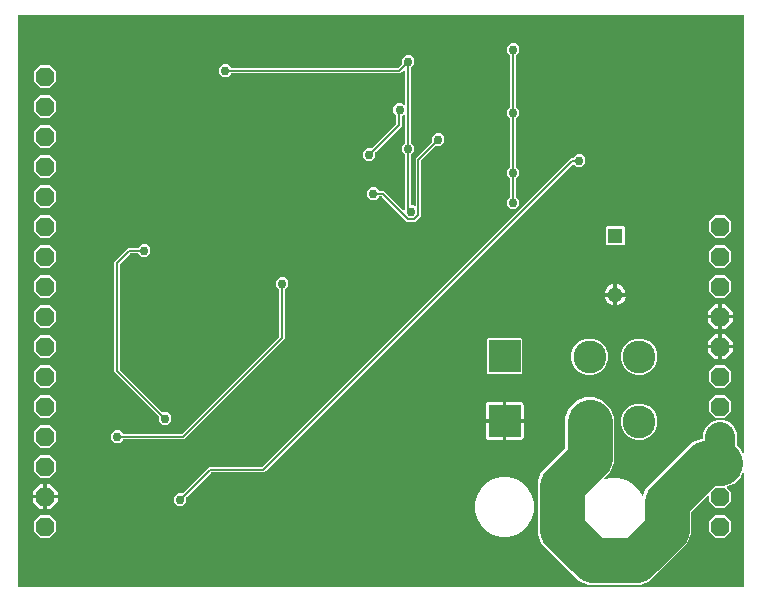
<source format=gbr>
G04 EAGLE Gerber RS-274X export*
G75*
%MOMM*%
%FSLAX34Y34*%
%LPD*%
%INBottom Copper*%
%IPPOS*%
%AMOC8*
5,1,8,0,0,1.08239X$1,22.5*%
G01*
%ADD10P,1.732040X8X22.500000*%
%ADD11C,2.775000*%
%ADD12R,2.705100X2.705100*%
%ADD13R,1.308000X1.308000*%
%ADD14C,1.308000*%
%ADD15C,0.756400*%
%ADD16C,0.152400*%
%ADD17C,2.540000*%
%ADD18C,3.810000*%

G36*
X623898Y10164D02*
X623898Y10164D01*
X623917Y10162D01*
X624019Y10184D01*
X624121Y10200D01*
X624138Y10210D01*
X624158Y10214D01*
X624247Y10267D01*
X624338Y10316D01*
X624352Y10330D01*
X624369Y10340D01*
X624436Y10419D01*
X624508Y10494D01*
X624516Y10512D01*
X624529Y10527D01*
X624568Y10623D01*
X624611Y10717D01*
X624613Y10737D01*
X624621Y10755D01*
X624639Y10922D01*
X624639Y105916D01*
X624624Y106012D01*
X624614Y106109D01*
X624604Y106133D01*
X624600Y106159D01*
X624554Y106245D01*
X624514Y106334D01*
X624497Y106353D01*
X624484Y106376D01*
X624414Y106443D01*
X624348Y106515D01*
X624325Y106527D01*
X624306Y106545D01*
X624218Y106586D01*
X624132Y106633D01*
X624107Y106638D01*
X624083Y106649D01*
X623986Y106660D01*
X623890Y106677D01*
X623864Y106673D01*
X623839Y106676D01*
X623743Y106655D01*
X623647Y106641D01*
X623624Y106629D01*
X623598Y106624D01*
X623515Y106574D01*
X623428Y106530D01*
X623409Y106511D01*
X623387Y106498D01*
X623324Y106424D01*
X623256Y106354D01*
X623240Y106326D01*
X623227Y106311D01*
X623215Y106280D01*
X623175Y106207D01*
X621962Y103280D01*
X616175Y97493D01*
X610640Y95200D01*
X610601Y95176D01*
X610558Y95160D01*
X610497Y95111D01*
X610431Y95070D01*
X610402Y95035D01*
X610366Y95006D01*
X610324Y94941D01*
X610274Y94881D01*
X610258Y94838D01*
X610233Y94799D01*
X610214Y94724D01*
X610186Y94651D01*
X610184Y94605D01*
X610173Y94561D01*
X610179Y94483D01*
X610175Y94406D01*
X610188Y94361D01*
X610192Y94316D01*
X610222Y94244D01*
X610244Y94169D01*
X610270Y94132D01*
X610288Y94089D01*
X610374Y93983D01*
X610384Y93967D01*
X610388Y93964D01*
X610393Y93958D01*
X614046Y90306D01*
X614046Y82414D01*
X608466Y76834D01*
X600574Y76834D01*
X594994Y82414D01*
X594994Y86311D01*
X594993Y86320D01*
X594993Y86325D01*
X594988Y86351D01*
X594983Y86381D01*
X594981Y86453D01*
X594963Y86502D01*
X594955Y86553D01*
X594921Y86617D01*
X594896Y86684D01*
X594864Y86725D01*
X594839Y86771D01*
X594787Y86820D01*
X594743Y86876D01*
X594699Y86904D01*
X594661Y86940D01*
X594596Y86970D01*
X594536Y87009D01*
X594485Y87022D01*
X594438Y87044D01*
X594367Y87052D01*
X594297Y87069D01*
X594245Y87065D01*
X594194Y87071D01*
X594123Y87056D01*
X594052Y87050D01*
X594004Y87030D01*
X593953Y87019D01*
X593892Y86982D01*
X593826Y86954D01*
X593770Y86909D01*
X593742Y86892D01*
X593727Y86875D01*
X593695Y86849D01*
X580198Y73352D01*
X580145Y73278D01*
X580085Y73208D01*
X580073Y73178D01*
X580054Y73152D01*
X580027Y73065D01*
X579993Y72980D01*
X579989Y72939D01*
X579982Y72917D01*
X579983Y72885D01*
X579975Y72814D01*
X579975Y54351D01*
X576842Y46789D01*
X545011Y14958D01*
X537449Y11825D01*
X492431Y11825D01*
X484869Y14958D01*
X453038Y46789D01*
X449905Y54351D01*
X449905Y99369D01*
X453038Y106931D01*
X473142Y127035D01*
X473195Y127109D01*
X473255Y127179D01*
X473267Y127209D01*
X473286Y127235D01*
X473313Y127322D01*
X473347Y127407D01*
X473351Y127448D01*
X473358Y127470D01*
X473357Y127502D01*
X473365Y127574D01*
X473365Y153953D01*
X476498Y161515D01*
X482285Y167302D01*
X489847Y170435D01*
X498033Y170435D01*
X505595Y167302D01*
X511382Y161515D01*
X514515Y153953D01*
X514515Y114643D01*
X511382Y107081D01*
X506742Y102441D01*
X506714Y102402D01*
X506679Y102370D01*
X506643Y102303D01*
X506599Y102241D01*
X506585Y102196D01*
X506562Y102153D01*
X506549Y102079D01*
X506526Y102006D01*
X506528Y101958D01*
X506519Y101911D01*
X506531Y101836D01*
X506533Y101760D01*
X506549Y101715D01*
X506556Y101668D01*
X506591Y101601D01*
X506617Y101529D01*
X506647Y101492D01*
X506669Y101449D01*
X506723Y101397D01*
X506771Y101337D01*
X506811Y101311D01*
X506846Y101278D01*
X506914Y101245D01*
X506978Y101204D01*
X507024Y101193D01*
X507068Y101172D01*
X507143Y101163D01*
X507216Y101144D01*
X507264Y101148D01*
X507312Y101142D01*
X507439Y101162D01*
X507462Y101163D01*
X507468Y101166D01*
X507478Y101168D01*
X511595Y102271D01*
X518285Y102271D01*
X524748Y100539D01*
X530543Y97194D01*
X535274Y92463D01*
X538190Y87411D01*
X538204Y87394D01*
X538213Y87374D01*
X538245Y87339D01*
X538258Y87317D01*
X538287Y87292D01*
X538346Y87221D01*
X538365Y87209D01*
X538380Y87193D01*
X538469Y87144D01*
X538554Y87090D01*
X538576Y87085D01*
X538595Y87074D01*
X538695Y87056D01*
X538794Y87032D01*
X538815Y87034D01*
X538837Y87030D01*
X538938Y87045D01*
X539039Y87054D01*
X539059Y87063D01*
X539080Y87066D01*
X539171Y87112D01*
X539264Y87153D01*
X539280Y87168D01*
X539300Y87178D01*
X539371Y87250D01*
X539446Y87318D01*
X539457Y87337D01*
X539472Y87353D01*
X539553Y87500D01*
X541958Y93306D01*
X581029Y132377D01*
X588591Y135510D01*
X589534Y135510D01*
X589554Y135513D01*
X589573Y135511D01*
X589675Y135533D01*
X589777Y135549D01*
X589794Y135559D01*
X589814Y135563D01*
X589903Y135616D01*
X589994Y135665D01*
X590008Y135679D01*
X590025Y135689D01*
X590092Y135768D01*
X590164Y135843D01*
X590172Y135861D01*
X590185Y135876D01*
X590223Y135972D01*
X590267Y136066D01*
X590269Y136086D01*
X590277Y136104D01*
X590295Y136271D01*
X590295Y139989D01*
X592461Y145218D01*
X596462Y149219D01*
X601691Y151385D01*
X607349Y151385D01*
X612578Y149219D01*
X616579Y145218D01*
X618745Y139989D01*
X618745Y130123D01*
X618759Y130033D01*
X618767Y129942D01*
X618779Y129912D01*
X618784Y129880D01*
X618827Y129799D01*
X618863Y129715D01*
X618889Y129683D01*
X618900Y129663D01*
X618923Y129640D01*
X618968Y129584D01*
X621962Y126590D01*
X623175Y123663D01*
X623226Y123580D01*
X623272Y123494D01*
X623291Y123476D01*
X623304Y123454D01*
X623379Y123392D01*
X623450Y123325D01*
X623474Y123314D01*
X623494Y123297D01*
X623585Y123262D01*
X623673Y123221D01*
X623699Y123218D01*
X623723Y123209D01*
X623821Y123205D01*
X623917Y123194D01*
X623943Y123199D01*
X623969Y123198D01*
X624063Y123226D01*
X624158Y123246D01*
X624180Y123260D01*
X624205Y123267D01*
X624285Y123322D01*
X624369Y123372D01*
X624386Y123392D01*
X624407Y123407D01*
X624466Y123485D01*
X624529Y123559D01*
X624539Y123584D01*
X624554Y123605D01*
X624584Y123697D01*
X624621Y123787D01*
X624624Y123820D01*
X624630Y123838D01*
X624630Y123871D01*
X624639Y123954D01*
X624639Y493778D01*
X624636Y493798D01*
X624638Y493817D01*
X624616Y493919D01*
X624600Y494021D01*
X624590Y494038D01*
X624586Y494058D01*
X624533Y494147D01*
X624484Y494238D01*
X624470Y494252D01*
X624460Y494269D01*
X624381Y494336D01*
X624306Y494408D01*
X624288Y494416D01*
X624273Y494429D01*
X624177Y494468D01*
X624083Y494511D01*
X624063Y494513D01*
X624045Y494521D01*
X623878Y494539D01*
X10922Y494539D01*
X10902Y494536D01*
X10883Y494538D01*
X10781Y494516D01*
X10679Y494500D01*
X10662Y494490D01*
X10642Y494486D01*
X10553Y494433D01*
X10462Y494384D01*
X10448Y494370D01*
X10431Y494360D01*
X10364Y494281D01*
X10292Y494206D01*
X10284Y494188D01*
X10271Y494173D01*
X10232Y494077D01*
X10189Y493983D01*
X10187Y493963D01*
X10179Y493945D01*
X10161Y493778D01*
X10161Y10922D01*
X10164Y10902D01*
X10162Y10883D01*
X10184Y10781D01*
X10200Y10679D01*
X10210Y10662D01*
X10214Y10642D01*
X10267Y10553D01*
X10316Y10462D01*
X10330Y10448D01*
X10340Y10431D01*
X10419Y10364D01*
X10494Y10292D01*
X10512Y10284D01*
X10527Y10271D01*
X10623Y10232D01*
X10717Y10189D01*
X10737Y10187D01*
X10755Y10179D01*
X10922Y10161D01*
X623878Y10161D01*
X623898Y10164D01*
G37*
%LPC*%
G36*
X339439Y319305D02*
X339439Y319305D01*
X337877Y320868D01*
X318354Y340390D01*
X318280Y340443D01*
X318211Y340503D01*
X318181Y340515D01*
X318155Y340534D01*
X318068Y340561D01*
X317983Y340595D01*
X317942Y340599D01*
X317919Y340606D01*
X317887Y340605D01*
X317816Y340613D01*
X316251Y340613D01*
X316161Y340599D01*
X316070Y340591D01*
X316041Y340579D01*
X316009Y340574D01*
X315928Y340531D01*
X315844Y340495D01*
X315812Y340469D01*
X315791Y340458D01*
X315769Y340435D01*
X315713Y340390D01*
X312916Y337593D01*
X308520Y337593D01*
X305411Y340702D01*
X305411Y345098D01*
X308520Y348207D01*
X312916Y348207D01*
X315713Y345410D01*
X315787Y345357D01*
X315857Y345297D01*
X315887Y345285D01*
X315913Y345266D01*
X316000Y345239D01*
X316085Y345205D01*
X316126Y345201D01*
X316148Y345194D01*
X316180Y345195D01*
X316251Y345187D01*
X320026Y345187D01*
X321588Y343624D01*
X336294Y328919D01*
X336352Y328877D01*
X336404Y328827D01*
X336451Y328805D01*
X336493Y328775D01*
X336562Y328754D01*
X336627Y328724D01*
X336679Y328718D01*
X336729Y328703D01*
X336800Y328705D01*
X336871Y328697D01*
X336922Y328708D01*
X336974Y328709D01*
X337042Y328734D01*
X337112Y328749D01*
X337156Y328776D01*
X337205Y328794D01*
X337261Y328838D01*
X337323Y328875D01*
X337357Y328915D01*
X337397Y328947D01*
X337436Y329008D01*
X337483Y329062D01*
X337502Y329110D01*
X337530Y329154D01*
X337548Y329224D01*
X337575Y329290D01*
X337583Y329362D01*
X337591Y329393D01*
X337589Y329416D01*
X337593Y329457D01*
X337593Y329858D01*
X337850Y330115D01*
X337893Y330175D01*
X337935Y330219D01*
X337942Y330235D01*
X337963Y330259D01*
X337975Y330289D01*
X337994Y330315D01*
X338021Y330402D01*
X338024Y330411D01*
X338039Y330442D01*
X338039Y330449D01*
X338055Y330487D01*
X338059Y330528D01*
X338066Y330550D01*
X338065Y330582D01*
X338073Y330653D01*
X338073Y375467D01*
X338059Y375557D01*
X338051Y375648D01*
X338039Y375677D01*
X338034Y375709D01*
X337991Y375790D01*
X337955Y375874D01*
X337929Y375906D01*
X337918Y375927D01*
X337895Y375949D01*
X337850Y376005D01*
X335053Y378802D01*
X335053Y383198D01*
X337850Y385995D01*
X337903Y386069D01*
X337963Y386139D01*
X337975Y386169D01*
X337994Y386195D01*
X338021Y386282D01*
X338055Y386367D01*
X338059Y386408D01*
X338066Y386430D01*
X338065Y386462D01*
X338073Y386533D01*
X338073Y409683D01*
X338062Y409753D01*
X338060Y409825D01*
X338042Y409874D01*
X338034Y409925D01*
X338000Y409989D01*
X337975Y410056D01*
X337943Y410097D01*
X337918Y410143D01*
X337866Y410192D01*
X337822Y410248D01*
X337778Y410276D01*
X337740Y410312D01*
X337675Y410342D01*
X337615Y410381D01*
X337564Y410394D01*
X337517Y410416D01*
X337446Y410424D01*
X337376Y410441D01*
X337324Y410437D01*
X337273Y410443D01*
X337202Y410428D01*
X337131Y410422D01*
X337083Y410402D01*
X337032Y410391D01*
X336971Y410354D01*
X336905Y410326D01*
X336849Y410281D01*
X336821Y410264D01*
X336806Y410247D01*
X336774Y410221D01*
X335250Y408697D01*
X335197Y408623D01*
X335137Y408553D01*
X335125Y408523D01*
X335106Y408497D01*
X335079Y408410D01*
X335045Y408325D01*
X335041Y408284D01*
X335034Y408262D01*
X335035Y408230D01*
X335027Y408159D01*
X335027Y400373D01*
X312870Y378216D01*
X312817Y378142D01*
X312757Y378072D01*
X312745Y378042D01*
X312726Y378016D01*
X312699Y377929D01*
X312665Y377844D01*
X312661Y377803D01*
X312654Y377781D01*
X312655Y377749D01*
X312647Y377677D01*
X312647Y373722D01*
X309538Y370613D01*
X305142Y370613D01*
X302033Y373722D01*
X302033Y378118D01*
X305142Y381227D01*
X309097Y381227D01*
X309188Y381241D01*
X309278Y381249D01*
X309308Y381261D01*
X309340Y381266D01*
X309421Y381309D01*
X309505Y381345D01*
X309537Y381371D01*
X309558Y381382D01*
X309580Y381405D01*
X309636Y381450D01*
X330230Y402044D01*
X330283Y402118D01*
X330343Y402188D01*
X330355Y402218D01*
X330374Y402244D01*
X330401Y402331D01*
X330435Y402416D01*
X330439Y402457D01*
X330446Y402479D01*
X330445Y402511D01*
X330453Y402583D01*
X330453Y408815D01*
X330439Y408905D01*
X330431Y408996D01*
X330419Y409025D01*
X330414Y409057D01*
X330371Y409138D01*
X330335Y409222D01*
X330309Y409254D01*
X330298Y409275D01*
X330275Y409297D01*
X330230Y409353D01*
X327761Y411822D01*
X327761Y416218D01*
X330870Y419327D01*
X335266Y419327D01*
X336774Y417819D01*
X336832Y417777D01*
X336884Y417728D01*
X336931Y417706D01*
X336973Y417676D01*
X337042Y417654D01*
X337107Y417624D01*
X337159Y417619D01*
X337209Y417603D01*
X337280Y417605D01*
X337351Y417597D01*
X337402Y417608D01*
X337454Y417610D01*
X337522Y417634D01*
X337592Y417649D01*
X337637Y417676D01*
X337685Y417694D01*
X337741Y417739D01*
X337803Y417776D01*
X337837Y417815D01*
X337877Y417848D01*
X337916Y417908D01*
X337963Y417963D01*
X337982Y418011D01*
X338010Y418055D01*
X338028Y418124D01*
X338055Y418191D01*
X338063Y418262D01*
X338071Y418293D01*
X338069Y418316D01*
X338073Y418357D01*
X338073Y447302D01*
X338062Y447372D01*
X338060Y447444D01*
X338042Y447493D01*
X338034Y447544D01*
X338000Y447608D01*
X337975Y447675D01*
X337943Y447716D01*
X337918Y447762D01*
X337866Y447811D01*
X337822Y447867D01*
X337778Y447895D01*
X337740Y447931D01*
X337675Y447961D01*
X337615Y448000D01*
X337564Y448013D01*
X337517Y448035D01*
X337446Y448043D01*
X337376Y448060D01*
X337324Y448056D01*
X337273Y448062D01*
X337202Y448047D01*
X337131Y448041D01*
X337083Y448021D01*
X337032Y448010D01*
X336971Y447973D01*
X336905Y447945D01*
X336849Y447900D01*
X336821Y447883D01*
X336806Y447866D01*
X336774Y447840D01*
X335250Y446316D01*
X333687Y444753D01*
X190953Y444753D01*
X190863Y444739D01*
X190772Y444731D01*
X190743Y444719D01*
X190711Y444714D01*
X190630Y444671D01*
X190546Y444635D01*
X190514Y444609D01*
X190493Y444598D01*
X190471Y444575D01*
X190415Y444530D01*
X187618Y441733D01*
X183222Y441733D01*
X180113Y444842D01*
X180113Y449238D01*
X183222Y452347D01*
X187618Y452347D01*
X190415Y449550D01*
X190489Y449497D01*
X190559Y449437D01*
X190589Y449425D01*
X190615Y449406D01*
X190702Y449379D01*
X190787Y449345D01*
X190828Y449341D01*
X190850Y449334D01*
X190882Y449335D01*
X190953Y449327D01*
X331477Y449327D01*
X331568Y449341D01*
X331658Y449349D01*
X331688Y449361D01*
X331720Y449366D01*
X331801Y449409D01*
X331885Y449445D01*
X331917Y449471D01*
X331938Y449482D01*
X331960Y449505D01*
X332016Y449550D01*
X334830Y452364D01*
X334883Y452438D01*
X334943Y452508D01*
X334955Y452538D01*
X334974Y452564D01*
X335001Y452651D01*
X335035Y452736D01*
X335039Y452777D01*
X335046Y452799D01*
X335045Y452831D01*
X335053Y452903D01*
X335053Y456858D01*
X338162Y459967D01*
X342558Y459967D01*
X345667Y456858D01*
X345667Y452462D01*
X342870Y449665D01*
X342817Y449591D01*
X342757Y449521D01*
X342745Y449491D01*
X342726Y449465D01*
X342699Y449378D01*
X342665Y449293D01*
X342661Y449252D01*
X342654Y449230D01*
X342655Y449198D01*
X342647Y449127D01*
X342647Y386533D01*
X342661Y386443D01*
X342669Y386352D01*
X342681Y386323D01*
X342686Y386291D01*
X342729Y386210D01*
X342765Y386126D01*
X342791Y386094D01*
X342802Y386073D01*
X342825Y386051D01*
X342870Y385995D01*
X345667Y383198D01*
X345667Y378802D01*
X342870Y376005D01*
X342817Y375931D01*
X342757Y375861D01*
X342745Y375831D01*
X342726Y375805D01*
X342699Y375718D01*
X342665Y375633D01*
X342661Y375592D01*
X342654Y375570D01*
X342655Y375538D01*
X342647Y375467D01*
X342647Y333728D01*
X342650Y333708D01*
X342648Y333689D01*
X342670Y333587D01*
X342686Y333485D01*
X342696Y333468D01*
X342700Y333448D01*
X342753Y333359D01*
X342802Y333268D01*
X342816Y333254D01*
X342826Y333237D01*
X342905Y333170D01*
X342980Y333098D01*
X342998Y333090D01*
X343013Y333077D01*
X343109Y333038D01*
X343203Y332995D01*
X343223Y332993D01*
X343241Y332985D01*
X343408Y332967D01*
X345098Y332967D01*
X345382Y332683D01*
X345440Y332641D01*
X345492Y332592D01*
X345539Y332570D01*
X345581Y332540D01*
X345650Y332518D01*
X345715Y332488D01*
X345767Y332483D01*
X345817Y332467D01*
X345888Y332469D01*
X345959Y332461D01*
X346010Y332472D01*
X346062Y332474D01*
X346130Y332498D01*
X346200Y332513D01*
X346245Y332540D01*
X346293Y332558D01*
X346349Y332603D01*
X346411Y332640D01*
X346445Y332679D01*
X346485Y332712D01*
X346524Y332772D01*
X346571Y332827D01*
X346590Y332875D01*
X346618Y332919D01*
X346636Y332988D01*
X346663Y333055D01*
X346671Y333126D01*
X346679Y333157D01*
X346677Y333180D01*
X346681Y333221D01*
X346681Y372775D01*
X360230Y386324D01*
X360283Y386398D01*
X360343Y386468D01*
X360355Y386498D01*
X360374Y386524D01*
X360401Y386611D01*
X360435Y386696D01*
X360439Y386737D01*
X360446Y386759D01*
X360445Y386791D01*
X360453Y386863D01*
X360453Y390818D01*
X363562Y393927D01*
X367958Y393927D01*
X371067Y390818D01*
X371067Y386422D01*
X367958Y383313D01*
X364003Y383313D01*
X363912Y383299D01*
X363822Y383291D01*
X363792Y383279D01*
X363760Y383274D01*
X363679Y383231D01*
X363595Y383195D01*
X363563Y383169D01*
X363542Y383158D01*
X363520Y383135D01*
X363464Y383090D01*
X351478Y371104D01*
X351425Y371030D01*
X351365Y370960D01*
X351353Y370930D01*
X351334Y370904D01*
X351307Y370817D01*
X351273Y370732D01*
X351269Y370691D01*
X351262Y370669D01*
X351263Y370637D01*
X351255Y370565D01*
X351255Y324199D01*
X346361Y319305D01*
X339439Y319305D01*
G37*
%LPD*%
%LPC*%
G36*
X145122Y78513D02*
X145122Y78513D01*
X142013Y81622D01*
X142013Y86018D01*
X145122Y89127D01*
X149078Y89127D01*
X149168Y89141D01*
X149259Y89149D01*
X149288Y89161D01*
X149320Y89166D01*
X149401Y89209D01*
X149485Y89245D01*
X149517Y89271D01*
X149538Y89282D01*
X149560Y89305D01*
X149616Y89350D01*
X171773Y111507D01*
X216408Y111507D01*
X216498Y111521D01*
X216589Y111529D01*
X216619Y111541D01*
X216651Y111546D01*
X216732Y111589D01*
X216815Y111625D01*
X216848Y111651D01*
X216868Y111662D01*
X216890Y111685D01*
X216946Y111730D01*
X478343Y373127D01*
X479607Y373127D01*
X479697Y373141D01*
X479788Y373149D01*
X479817Y373161D01*
X479849Y373166D01*
X479930Y373209D01*
X480014Y373245D01*
X480046Y373271D01*
X480067Y373282D01*
X480089Y373305D01*
X480145Y373350D01*
X482942Y376147D01*
X487338Y376147D01*
X490447Y373038D01*
X490447Y368642D01*
X487338Y365533D01*
X482942Y365533D01*
X480618Y367857D01*
X480602Y367869D01*
X480589Y367884D01*
X480502Y367940D01*
X480418Y368001D01*
X480399Y368006D01*
X480383Y368017D01*
X480282Y368043D01*
X480183Y368073D01*
X480163Y368072D01*
X480144Y368077D01*
X480041Y368069D01*
X479937Y368067D01*
X479919Y368060D01*
X479899Y368058D01*
X479804Y368018D01*
X479706Y367982D01*
X479691Y367970D01*
X479672Y367962D01*
X479542Y367857D01*
X220180Y108496D01*
X218618Y106933D01*
X173983Y106933D01*
X173892Y106919D01*
X173802Y106911D01*
X173772Y106899D01*
X173740Y106894D01*
X173659Y106851D01*
X173575Y106815D01*
X173543Y106789D01*
X173522Y106778D01*
X173500Y106755D01*
X173444Y106710D01*
X152850Y86116D01*
X152797Y86042D01*
X152737Y85972D01*
X152725Y85942D01*
X152706Y85916D01*
X152679Y85829D01*
X152645Y85744D01*
X152641Y85703D01*
X152634Y85681D01*
X152635Y85649D01*
X152627Y85578D01*
X152627Y81622D01*
X149518Y78513D01*
X145122Y78513D01*
G37*
%LPD*%
%LPC*%
G36*
X418698Y52501D02*
X418698Y52501D01*
X412302Y54215D01*
X406568Y57525D01*
X401886Y62207D01*
X398575Y67941D01*
X396862Y74337D01*
X396862Y80958D01*
X398575Y87354D01*
X401886Y93088D01*
X406568Y97770D01*
X412302Y101081D01*
X418698Y102795D01*
X425319Y102795D01*
X431715Y101081D01*
X437449Y97770D01*
X442131Y93088D01*
X445441Y87354D01*
X447155Y80958D01*
X447155Y74337D01*
X445441Y67941D01*
X442131Y62207D01*
X437449Y57525D01*
X431715Y54215D01*
X425319Y52501D01*
X418698Y52501D01*
G37*
%LPD*%
%LPC*%
G36*
X91782Y131853D02*
X91782Y131853D01*
X88673Y134962D01*
X88673Y139358D01*
X91782Y142467D01*
X96178Y142467D01*
X98975Y139670D01*
X99049Y139617D01*
X99119Y139557D01*
X99149Y139545D01*
X99175Y139526D01*
X99262Y139499D01*
X99347Y139465D01*
X99388Y139461D01*
X99410Y139454D01*
X99442Y139455D01*
X99513Y139447D01*
X148597Y139447D01*
X148688Y139461D01*
X148778Y139469D01*
X148808Y139481D01*
X148840Y139486D01*
X148921Y139529D01*
X149005Y139565D01*
X149037Y139591D01*
X149058Y139602D01*
X149080Y139625D01*
X149136Y139670D01*
X231170Y221704D01*
X231223Y221778D01*
X231283Y221848D01*
X231295Y221878D01*
X231314Y221904D01*
X231341Y221991D01*
X231375Y222076D01*
X231379Y222117D01*
X231386Y222139D01*
X231385Y222171D01*
X231393Y222243D01*
X231393Y261167D01*
X231379Y261257D01*
X231371Y261348D01*
X231359Y261377D01*
X231354Y261409D01*
X231311Y261490D01*
X231275Y261574D01*
X231249Y261606D01*
X231238Y261627D01*
X231215Y261649D01*
X231170Y261705D01*
X228373Y264502D01*
X228373Y268898D01*
X231482Y272007D01*
X235878Y272007D01*
X238987Y268898D01*
X238987Y264502D01*
X236190Y261705D01*
X236137Y261631D01*
X236077Y261561D01*
X236065Y261531D01*
X236046Y261505D01*
X236019Y261418D01*
X235985Y261333D01*
X235981Y261292D01*
X235974Y261270D01*
X235975Y261238D01*
X235967Y261167D01*
X235967Y220033D01*
X150807Y134873D01*
X99513Y134873D01*
X99423Y134859D01*
X99332Y134851D01*
X99303Y134839D01*
X99271Y134834D01*
X99190Y134791D01*
X99106Y134755D01*
X99074Y134729D01*
X99053Y134718D01*
X99031Y134695D01*
X98975Y134650D01*
X96178Y131853D01*
X91782Y131853D01*
G37*
%LPD*%
%LPC*%
G36*
X132422Y147093D02*
X132422Y147093D01*
X129313Y150202D01*
X129313Y154157D01*
X129299Y154248D01*
X129291Y154338D01*
X129279Y154368D01*
X129274Y154400D01*
X129231Y154481D01*
X129195Y154565D01*
X129169Y154597D01*
X129158Y154618D01*
X129135Y154640D01*
X129090Y154696D01*
X91693Y192093D01*
X91693Y285427D01*
X103193Y296927D01*
X111307Y296927D01*
X111397Y296941D01*
X111488Y296949D01*
X111517Y296961D01*
X111549Y296966D01*
X111630Y297009D01*
X111714Y297045D01*
X111746Y297071D01*
X111767Y297082D01*
X111789Y297105D01*
X111845Y297150D01*
X114642Y299947D01*
X119038Y299947D01*
X122147Y296838D01*
X122147Y292442D01*
X119038Y289333D01*
X114642Y289333D01*
X111845Y292130D01*
X111771Y292183D01*
X111701Y292243D01*
X111671Y292255D01*
X111645Y292274D01*
X111558Y292301D01*
X111473Y292335D01*
X111432Y292339D01*
X111410Y292346D01*
X111378Y292345D01*
X111307Y292353D01*
X105403Y292353D01*
X105312Y292339D01*
X105222Y292331D01*
X105192Y292319D01*
X105160Y292314D01*
X105079Y292271D01*
X104995Y292235D01*
X104963Y292209D01*
X104942Y292198D01*
X104920Y292175D01*
X104864Y292130D01*
X96490Y283756D01*
X96437Y283682D01*
X96377Y283612D01*
X96365Y283582D01*
X96346Y283556D01*
X96319Y283469D01*
X96285Y283384D01*
X96281Y283343D01*
X96274Y283321D01*
X96275Y283289D01*
X96267Y283217D01*
X96267Y194303D01*
X96281Y194212D01*
X96289Y194122D01*
X96301Y194092D01*
X96306Y194060D01*
X96349Y193979D01*
X96385Y193895D01*
X96411Y193863D01*
X96422Y193842D01*
X96445Y193820D01*
X96490Y193764D01*
X132324Y157930D01*
X132398Y157877D01*
X132468Y157817D01*
X132498Y157805D01*
X132524Y157786D01*
X132611Y157759D01*
X132696Y157725D01*
X132737Y157721D01*
X132759Y157714D01*
X132791Y157715D01*
X132863Y157707D01*
X136818Y157707D01*
X139927Y154598D01*
X139927Y150202D01*
X136818Y147093D01*
X132422Y147093D01*
G37*
%LPD*%
%LPC*%
G36*
X407851Y190614D02*
X407851Y190614D01*
X406958Y191507D01*
X406958Y219821D01*
X407851Y220714D01*
X436165Y220714D01*
X437059Y219821D01*
X437059Y191507D01*
X436165Y190614D01*
X407851Y190614D01*
G37*
%LPD*%
%LPC*%
G36*
X427062Y329973D02*
X427062Y329973D01*
X423953Y333082D01*
X423953Y337478D01*
X426750Y340275D01*
X426803Y340349D01*
X426863Y340419D01*
X426875Y340449D01*
X426894Y340475D01*
X426921Y340562D01*
X426955Y340647D01*
X426959Y340688D01*
X426966Y340710D01*
X426965Y340742D01*
X426973Y340813D01*
X426973Y355147D01*
X426959Y355237D01*
X426951Y355328D01*
X426939Y355357D01*
X426934Y355389D01*
X426891Y355470D01*
X426855Y355554D01*
X426829Y355586D01*
X426818Y355607D01*
X426795Y355629D01*
X426750Y355685D01*
X423953Y358482D01*
X423953Y362878D01*
X426750Y365675D01*
X426803Y365749D01*
X426863Y365819D01*
X426875Y365849D01*
X426894Y365875D01*
X426921Y365962D01*
X426955Y366047D01*
X426959Y366088D01*
X426966Y366110D01*
X426965Y366142D01*
X426973Y366213D01*
X426973Y405947D01*
X426959Y406037D01*
X426951Y406128D01*
X426939Y406157D01*
X426934Y406189D01*
X426891Y406270D01*
X426855Y406354D01*
X426829Y406386D01*
X426818Y406407D01*
X426795Y406429D01*
X426750Y406485D01*
X423953Y409282D01*
X423953Y413678D01*
X426750Y416475D01*
X426803Y416549D01*
X426863Y416619D01*
X426875Y416649D01*
X426894Y416675D01*
X426921Y416762D01*
X426955Y416847D01*
X426959Y416888D01*
X426966Y416910D01*
X426965Y416942D01*
X426973Y417013D01*
X426973Y459287D01*
X426959Y459377D01*
X426951Y459468D01*
X426939Y459497D01*
X426934Y459529D01*
X426909Y459576D01*
X426908Y459578D01*
X426903Y459587D01*
X426891Y459610D01*
X426855Y459694D01*
X426829Y459726D01*
X426818Y459747D01*
X426795Y459769D01*
X426792Y459773D01*
X426782Y459789D01*
X426772Y459798D01*
X426750Y459825D01*
X423953Y462622D01*
X423953Y467018D01*
X427062Y470127D01*
X431458Y470127D01*
X434567Y467018D01*
X434567Y462622D01*
X431770Y459825D01*
X431726Y459764D01*
X431690Y459726D01*
X431684Y459713D01*
X431657Y459681D01*
X431645Y459651D01*
X431626Y459625D01*
X431599Y459538D01*
X431565Y459453D01*
X431561Y459412D01*
X431554Y459390D01*
X431555Y459358D01*
X431547Y459287D01*
X431547Y417013D01*
X431561Y416923D01*
X431569Y416832D01*
X431581Y416803D01*
X431586Y416771D01*
X431629Y416690D01*
X431665Y416606D01*
X431691Y416574D01*
X431702Y416553D01*
X431725Y416531D01*
X431770Y416475D01*
X434567Y413678D01*
X434567Y409282D01*
X431770Y406485D01*
X431717Y406411D01*
X431657Y406341D01*
X431645Y406311D01*
X431626Y406285D01*
X431599Y406198D01*
X431565Y406113D01*
X431561Y406072D01*
X431554Y406050D01*
X431555Y406018D01*
X431547Y405947D01*
X431547Y366213D01*
X431561Y366123D01*
X431569Y366032D01*
X431581Y366003D01*
X431586Y365971D01*
X431629Y365890D01*
X431665Y365806D01*
X431691Y365774D01*
X431702Y365753D01*
X431725Y365731D01*
X431770Y365675D01*
X434567Y362878D01*
X434567Y358482D01*
X431770Y355685D01*
X431717Y355611D01*
X431657Y355541D01*
X431645Y355511D01*
X431626Y355485D01*
X431599Y355398D01*
X431565Y355313D01*
X431561Y355272D01*
X431554Y355250D01*
X431555Y355218D01*
X431547Y355147D01*
X431547Y340813D01*
X431561Y340723D01*
X431569Y340632D01*
X431581Y340603D01*
X431586Y340571D01*
X431629Y340490D01*
X431665Y340406D01*
X431691Y340374D01*
X431702Y340353D01*
X431725Y340331D01*
X431770Y340275D01*
X434567Y337478D01*
X434567Y333082D01*
X431458Y329973D01*
X427062Y329973D01*
G37*
%LPD*%
%LPC*%
G36*
X532877Y134460D02*
X532877Y134460D01*
X527217Y136805D01*
X522885Y141137D01*
X520540Y146797D01*
X520540Y152923D01*
X522885Y158583D01*
X527217Y162915D01*
X532877Y165260D01*
X539003Y165260D01*
X544663Y162915D01*
X548995Y158583D01*
X551340Y152923D01*
X551340Y146797D01*
X548995Y141137D01*
X544663Y136805D01*
X539003Y134460D01*
X532877Y134460D01*
G37*
%LPD*%
%LPC*%
G36*
X490877Y189460D02*
X490877Y189460D01*
X485217Y191805D01*
X480885Y196137D01*
X478540Y201797D01*
X478540Y207923D01*
X480885Y213583D01*
X485217Y217915D01*
X490877Y220260D01*
X497003Y220260D01*
X502663Y217915D01*
X506995Y213583D01*
X509340Y207923D01*
X509340Y201797D01*
X506995Y196137D01*
X502663Y191805D01*
X497003Y189460D01*
X490877Y189460D01*
G37*
%LPD*%
%LPC*%
G36*
X532877Y189460D02*
X532877Y189460D01*
X527217Y191805D01*
X522885Y196137D01*
X520540Y201797D01*
X520540Y207923D01*
X522885Y213583D01*
X527217Y217915D01*
X532877Y220260D01*
X539003Y220260D01*
X544663Y217915D01*
X548995Y213583D01*
X551340Y207923D01*
X551340Y201797D01*
X548995Y196137D01*
X544663Y191805D01*
X539003Y189460D01*
X532877Y189460D01*
G37*
%LPD*%
%LPC*%
G36*
X29074Y432434D02*
X29074Y432434D01*
X23494Y438014D01*
X23494Y445906D01*
X29074Y451486D01*
X36966Y451486D01*
X42546Y445906D01*
X42546Y438014D01*
X36966Y432434D01*
X29074Y432434D01*
G37*
%LPD*%
%LPC*%
G36*
X29074Y407034D02*
X29074Y407034D01*
X23494Y412614D01*
X23494Y420506D01*
X29074Y426086D01*
X36966Y426086D01*
X42546Y420506D01*
X42546Y412614D01*
X36966Y407034D01*
X29074Y407034D01*
G37*
%LPD*%
%LPC*%
G36*
X29074Y381634D02*
X29074Y381634D01*
X23494Y387214D01*
X23494Y395106D01*
X29074Y400686D01*
X36966Y400686D01*
X42546Y395106D01*
X42546Y387214D01*
X36966Y381634D01*
X29074Y381634D01*
G37*
%LPD*%
%LPC*%
G36*
X29074Y356234D02*
X29074Y356234D01*
X23494Y361814D01*
X23494Y369706D01*
X29074Y375286D01*
X36966Y375286D01*
X42546Y369706D01*
X42546Y361814D01*
X36966Y356234D01*
X29074Y356234D01*
G37*
%LPD*%
%LPC*%
G36*
X29074Y330834D02*
X29074Y330834D01*
X23494Y336414D01*
X23494Y344306D01*
X29074Y349886D01*
X36966Y349886D01*
X42546Y344306D01*
X42546Y336414D01*
X36966Y330834D01*
X29074Y330834D01*
G37*
%LPD*%
%LPC*%
G36*
X600574Y305434D02*
X600574Y305434D01*
X594994Y311014D01*
X594994Y318906D01*
X600574Y324486D01*
X608466Y324486D01*
X614046Y318906D01*
X614046Y311014D01*
X608466Y305434D01*
X600574Y305434D01*
G37*
%LPD*%
%LPC*%
G36*
X29074Y305434D02*
X29074Y305434D01*
X23494Y311014D01*
X23494Y318906D01*
X29074Y324486D01*
X36966Y324486D01*
X42546Y318906D01*
X42546Y311014D01*
X36966Y305434D01*
X29074Y305434D01*
G37*
%LPD*%
%LPC*%
G36*
X29074Y178434D02*
X29074Y178434D01*
X23494Y184014D01*
X23494Y191906D01*
X29074Y197486D01*
X36966Y197486D01*
X42546Y191906D01*
X42546Y184014D01*
X36966Y178434D01*
X29074Y178434D01*
G37*
%LPD*%
%LPC*%
G36*
X600574Y280034D02*
X600574Y280034D01*
X594994Y285614D01*
X594994Y293506D01*
X600574Y299086D01*
X608466Y299086D01*
X614046Y293506D01*
X614046Y285614D01*
X608466Y280034D01*
X600574Y280034D01*
G37*
%LPD*%
%LPC*%
G36*
X29074Y280034D02*
X29074Y280034D01*
X23494Y285614D01*
X23494Y293506D01*
X29074Y299086D01*
X36966Y299086D01*
X42546Y293506D01*
X42546Y285614D01*
X36966Y280034D01*
X29074Y280034D01*
G37*
%LPD*%
%LPC*%
G36*
X29074Y254634D02*
X29074Y254634D01*
X23494Y260214D01*
X23494Y268106D01*
X29074Y273686D01*
X36966Y273686D01*
X42546Y268106D01*
X42546Y260214D01*
X36966Y254634D01*
X29074Y254634D01*
G37*
%LPD*%
%LPC*%
G36*
X600574Y254634D02*
X600574Y254634D01*
X594994Y260214D01*
X594994Y268106D01*
X600574Y273686D01*
X608466Y273686D01*
X614046Y268106D01*
X614046Y260214D01*
X608466Y254634D01*
X600574Y254634D01*
G37*
%LPD*%
%LPC*%
G36*
X600574Y153034D02*
X600574Y153034D01*
X594994Y158614D01*
X594994Y166506D01*
X600574Y172086D01*
X608466Y172086D01*
X614046Y166506D01*
X614046Y158614D01*
X608466Y153034D01*
X600574Y153034D01*
G37*
%LPD*%
%LPC*%
G36*
X29074Y153034D02*
X29074Y153034D01*
X23494Y158614D01*
X23494Y166506D01*
X29074Y172086D01*
X36966Y172086D01*
X42546Y166506D01*
X42546Y158614D01*
X36966Y153034D01*
X29074Y153034D01*
G37*
%LPD*%
%LPC*%
G36*
X29074Y127634D02*
X29074Y127634D01*
X23494Y133214D01*
X23494Y141106D01*
X29074Y146686D01*
X36966Y146686D01*
X42546Y141106D01*
X42546Y133214D01*
X36966Y127634D01*
X29074Y127634D01*
G37*
%LPD*%
%LPC*%
G36*
X29074Y102234D02*
X29074Y102234D01*
X23494Y107814D01*
X23494Y115706D01*
X29074Y121286D01*
X36966Y121286D01*
X42546Y115706D01*
X42546Y107814D01*
X36966Y102234D01*
X29074Y102234D01*
G37*
%LPD*%
%LPC*%
G36*
X600574Y51434D02*
X600574Y51434D01*
X594994Y57014D01*
X594994Y64906D01*
X600574Y70486D01*
X608466Y70486D01*
X614046Y64906D01*
X614046Y57014D01*
X608466Y51434D01*
X600574Y51434D01*
G37*
%LPD*%
%LPC*%
G36*
X29074Y229234D02*
X29074Y229234D01*
X23494Y234814D01*
X23494Y242706D01*
X29074Y248286D01*
X36966Y248286D01*
X42546Y242706D01*
X42546Y234814D01*
X36966Y229234D01*
X29074Y229234D01*
G37*
%LPD*%
%LPC*%
G36*
X29074Y51434D02*
X29074Y51434D01*
X23494Y57014D01*
X23494Y64906D01*
X29074Y70486D01*
X36966Y70486D01*
X42546Y64906D01*
X42546Y57014D01*
X36966Y51434D01*
X29074Y51434D01*
G37*
%LPD*%
%LPC*%
G36*
X29074Y203834D02*
X29074Y203834D01*
X23494Y209414D01*
X23494Y217306D01*
X29074Y222886D01*
X36966Y222886D01*
X42546Y217306D01*
X42546Y209414D01*
X36966Y203834D01*
X29074Y203834D01*
G37*
%LPD*%
%LPC*%
G36*
X600574Y178434D02*
X600574Y178434D01*
X594994Y184014D01*
X594994Y191906D01*
X600574Y197486D01*
X608466Y197486D01*
X614046Y191906D01*
X614046Y184014D01*
X608466Y178434D01*
X600574Y178434D01*
G37*
%LPD*%
%LPC*%
G36*
X508448Y299275D02*
X508448Y299275D01*
X507555Y300168D01*
X507555Y314512D01*
X508448Y315405D01*
X522792Y315405D01*
X523685Y314512D01*
X523685Y300168D01*
X522792Y299275D01*
X508448Y299275D01*
G37*
%LPD*%
%LPC*%
G36*
X423532Y152069D02*
X423532Y152069D01*
X423532Y166612D01*
X435868Y166612D01*
X436515Y166439D01*
X437094Y166104D01*
X437567Y165631D01*
X437901Y165052D01*
X438075Y164406D01*
X438075Y152069D01*
X423532Y152069D01*
G37*
%LPD*%
%LPC*%
G36*
X423532Y134480D02*
X423532Y134480D01*
X423532Y149023D01*
X438075Y149023D01*
X438075Y136686D01*
X437901Y136040D01*
X437567Y135460D01*
X437094Y134987D01*
X436515Y134653D01*
X435868Y134480D01*
X423532Y134480D01*
G37*
%LPD*%
%LPC*%
G36*
X405942Y152069D02*
X405942Y152069D01*
X405942Y164406D01*
X406115Y165052D01*
X406450Y165631D01*
X406923Y166104D01*
X407502Y166439D01*
X408148Y166612D01*
X420485Y166612D01*
X420485Y152069D01*
X405942Y152069D01*
G37*
%LPD*%
%LPC*%
G36*
X408148Y134480D02*
X408148Y134480D01*
X407502Y134653D01*
X406923Y134987D01*
X406450Y135460D01*
X406115Y136040D01*
X405942Y136686D01*
X405942Y149023D01*
X420485Y149023D01*
X420485Y134480D01*
X408148Y134480D01*
G37*
%LPD*%
%LPC*%
G36*
X606043Y214883D02*
X606043Y214883D01*
X606043Y223902D01*
X608887Y223902D01*
X615062Y217727D01*
X615062Y214883D01*
X606043Y214883D01*
G37*
%LPD*%
%LPC*%
G36*
X606043Y240283D02*
X606043Y240283D01*
X606043Y249302D01*
X608887Y249302D01*
X615062Y243127D01*
X615062Y240283D01*
X606043Y240283D01*
G37*
%LPD*%
%LPC*%
G36*
X34543Y87883D02*
X34543Y87883D01*
X34543Y96902D01*
X37387Y96902D01*
X43562Y90727D01*
X43562Y87883D01*
X34543Y87883D01*
G37*
%LPD*%
%LPC*%
G36*
X593978Y214883D02*
X593978Y214883D01*
X593978Y217727D01*
X600153Y223902D01*
X602997Y223902D01*
X602997Y214883D01*
X593978Y214883D01*
G37*
%LPD*%
%LPC*%
G36*
X606043Y228218D02*
X606043Y228218D01*
X606043Y237237D01*
X615062Y237237D01*
X615062Y234393D01*
X608887Y228218D01*
X606043Y228218D01*
G37*
%LPD*%
%LPC*%
G36*
X593978Y240283D02*
X593978Y240283D01*
X593978Y243127D01*
X600153Y249302D01*
X602997Y249302D01*
X602997Y240283D01*
X593978Y240283D01*
G37*
%LPD*%
%LPC*%
G36*
X606043Y202818D02*
X606043Y202818D01*
X606043Y211837D01*
X615062Y211837D01*
X615062Y208993D01*
X608887Y202818D01*
X606043Y202818D01*
G37*
%LPD*%
%LPC*%
G36*
X22478Y87883D02*
X22478Y87883D01*
X22478Y90727D01*
X28653Y96902D01*
X31497Y96902D01*
X31497Y87883D01*
X22478Y87883D01*
G37*
%LPD*%
%LPC*%
G36*
X34543Y75818D02*
X34543Y75818D01*
X34543Y84837D01*
X43562Y84837D01*
X43562Y81993D01*
X37387Y75818D01*
X34543Y75818D01*
G37*
%LPD*%
%LPC*%
G36*
X600153Y228218D02*
X600153Y228218D01*
X593978Y234393D01*
X593978Y237237D01*
X602997Y237237D01*
X602997Y228218D01*
X600153Y228218D01*
G37*
%LPD*%
%LPC*%
G36*
X28653Y75818D02*
X28653Y75818D01*
X22478Y81993D01*
X22478Y84837D01*
X31497Y84837D01*
X31497Y75818D01*
X28653Y75818D01*
G37*
%LPD*%
%LPC*%
G36*
X600153Y202818D02*
X600153Y202818D01*
X593978Y208993D01*
X593978Y211837D01*
X602997Y211837D01*
X602997Y202818D01*
X600153Y202818D01*
G37*
%LPD*%
%LPC*%
G36*
X517143Y258863D02*
X517143Y258863D01*
X517143Y266296D01*
X518269Y266072D01*
X519921Y265387D01*
X521409Y264393D01*
X522673Y263129D01*
X523667Y261641D01*
X524352Y259989D01*
X524576Y258863D01*
X517143Y258863D01*
G37*
%LPD*%
%LPC*%
G36*
X506664Y258863D02*
X506664Y258863D01*
X506888Y259989D01*
X507573Y261641D01*
X508567Y263129D01*
X509831Y264393D01*
X511319Y265387D01*
X512971Y266072D01*
X514097Y266296D01*
X514097Y258863D01*
X506664Y258863D01*
G37*
%LPD*%
%LPC*%
G36*
X517143Y255817D02*
X517143Y255817D01*
X524576Y255817D01*
X524352Y254691D01*
X523667Y253039D01*
X522673Y251551D01*
X521409Y250287D01*
X519921Y249293D01*
X518269Y248608D01*
X517143Y248384D01*
X517143Y255817D01*
G37*
%LPD*%
%LPC*%
G36*
X512971Y248608D02*
X512971Y248608D01*
X511319Y249293D01*
X509831Y250287D01*
X508567Y251551D01*
X507573Y253039D01*
X506888Y254691D01*
X506664Y255817D01*
X514097Y255817D01*
X514097Y248384D01*
X512971Y248608D01*
G37*
%LPD*%
%LPC*%
G36*
X515619Y257339D02*
X515619Y257339D01*
X515619Y257341D01*
X515621Y257341D01*
X515621Y257339D01*
X515619Y257339D01*
G37*
%LPD*%
%LPC*%
G36*
X604519Y238759D02*
X604519Y238759D01*
X604519Y238761D01*
X604521Y238761D01*
X604521Y238759D01*
X604519Y238759D01*
G37*
%LPD*%
%LPC*%
G36*
X422007Y150545D02*
X422007Y150545D01*
X422007Y150547D01*
X422009Y150547D01*
X422009Y150545D01*
X422007Y150545D01*
G37*
%LPD*%
%LPC*%
G36*
X604519Y213359D02*
X604519Y213359D01*
X604519Y213361D01*
X604521Y213361D01*
X604521Y213359D01*
X604519Y213359D01*
G37*
%LPD*%
%LPC*%
G36*
X33019Y86359D02*
X33019Y86359D01*
X33019Y86361D01*
X33021Y86361D01*
X33021Y86359D01*
X33019Y86359D01*
G37*
%LPD*%
D10*
X33020Y60960D03*
X33020Y86360D03*
X33020Y111760D03*
X33020Y137160D03*
X33020Y162560D03*
X33020Y187960D03*
X33020Y213360D03*
X33020Y238760D03*
X33020Y264160D03*
X33020Y289560D03*
X33020Y314960D03*
X33020Y340360D03*
X33020Y365760D03*
X33020Y391160D03*
X33020Y416560D03*
X33020Y441960D03*
X604520Y60960D03*
X604520Y86360D03*
X604520Y111760D03*
X604520Y137160D03*
X604520Y162560D03*
X604520Y187960D03*
X604520Y213360D03*
X604520Y238760D03*
X604520Y264160D03*
X604520Y289560D03*
X604520Y314960D03*
D11*
X535940Y149860D03*
X493940Y149860D03*
X535940Y204860D03*
X493940Y204860D03*
D12*
X422008Y150546D03*
X422008Y205664D03*
D13*
X515620Y307340D03*
D14*
X515620Y257340D03*
D15*
X233680Y266700D03*
D16*
X233680Y220980D01*
X149860Y137160D01*
X93980Y137160D01*
D15*
X93980Y137160D03*
X271780Y299720D03*
X55880Y383540D03*
X160020Y347980D03*
X170180Y289560D03*
X55880Y345440D03*
X121920Y86360D03*
X220980Y165100D03*
X373380Y58420D03*
X182880Y205740D03*
X187960Y81280D03*
X55880Y312420D03*
X101600Y472440D03*
X375920Y167640D03*
X218440Y434340D03*
X147320Y292100D03*
X139700Y241300D03*
X576580Y259080D03*
X436880Y386080D03*
X449580Y419100D03*
X530860Y416560D03*
X558800Y477520D03*
X134620Y152400D03*
D16*
X93980Y193040D02*
X93980Y284480D01*
X93980Y193040D02*
X134620Y152400D01*
X116840Y294640D02*
X104140Y294640D01*
X93980Y284480D01*
D15*
X116840Y294640D03*
X147320Y83820D03*
D16*
X479291Y370840D02*
X485140Y370840D01*
X479291Y370840D02*
X217671Y109220D01*
X172720Y109220D01*
X147320Y83820D01*
D15*
X485140Y370840D03*
X429260Y335280D03*
D16*
X429260Y360680D01*
D15*
X429260Y360680D03*
D16*
X429260Y411480D01*
D15*
X429260Y411480D03*
D16*
X429260Y464820D01*
D15*
X429260Y464820D03*
X185420Y447040D03*
X340360Y454660D03*
D16*
X332740Y447040D01*
X185420Y447040D01*
X340360Y454660D02*
X340360Y381000D01*
D15*
X340360Y381000D03*
D16*
X340360Y330200D01*
X342900Y327660D01*
D15*
X342900Y327660D03*
D17*
X604520Y114935D02*
X604520Y111760D01*
X604520Y114935D02*
X604520Y137160D01*
D18*
X470480Y95276D02*
X470480Y58444D01*
X496524Y32400D01*
X533356Y32400D01*
X559400Y58444D01*
X592684Y114935D02*
X604520Y114935D01*
X559400Y81651D02*
X559400Y58444D01*
X559400Y81651D02*
X592684Y114935D01*
X493940Y118736D02*
X493940Y149860D01*
X493940Y118736D02*
X470480Y95276D01*
D15*
X365760Y388620D03*
D16*
X348968Y325147D02*
X345414Y321592D01*
X340387Y321592D01*
X348968Y371828D02*
X365760Y388620D01*
X348968Y371828D02*
X348968Y325147D01*
X340387Y321592D02*
X319079Y342900D01*
D15*
X310718Y342900D03*
D16*
X319079Y342900D01*
D15*
X307340Y375920D03*
D16*
X332740Y401320D01*
X332740Y414020D01*
X333068Y414020D01*
D15*
X333068Y414020D03*
M02*

</source>
